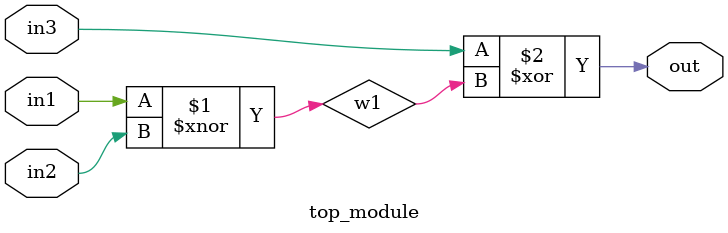
<source format=v>
module top_module (
    input in1,
    input in2,
    input in3,
    output out);
    wire w1;
    assign w1 = in1~^in2;
    assign out = in3^w1;
endmodule

</source>
